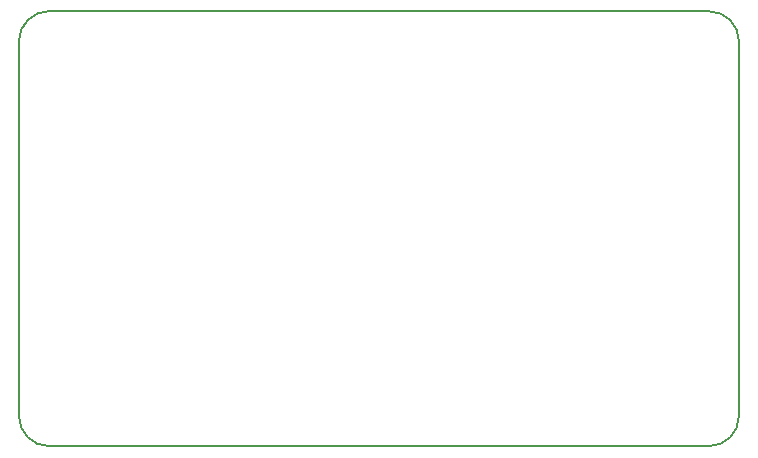
<source format=gbr>
G04 #@! TF.GenerationSoftware,KiCad,Pcbnew,(5.0.1)-4*
G04 #@! TF.CreationDate,2019-08-19T00:57:11-04:00*
G04 #@! TF.ProjectId,KeebCard,4B656562436172642E6B696361645F70,rev?*
G04 #@! TF.SameCoordinates,Original*
G04 #@! TF.FileFunction,Profile,NP*
%FSLAX46Y46*%
G04 Gerber Fmt 4.6, Leading zero omitted, Abs format (unit mm)*
G04 Created by KiCad (PCBNEW (5.0.1)-4) date 8/19/2019 12:57:11 AM*
%MOMM*%
%LPD*%
G01*
G04 APERTURE LIST*
%ADD10C,0.150000*%
G04 APERTURE END LIST*
D10*
X125476000Y-101092000D02*
X125476000Y-132842000D01*
X183896000Y-98552000D02*
X128016000Y-98552000D01*
X186436000Y-132842000D02*
X186436000Y-101092000D01*
X128016000Y-135382000D02*
X183896000Y-135382000D01*
X183896000Y-135382000D02*
G75*
G03X186436000Y-132842000I0J2540000D01*
G01*
X125476000Y-132842000D02*
G75*
G03X128016000Y-135382000I2540000J0D01*
G01*
X128016000Y-98552000D02*
G75*
G03X125476000Y-101092000I0J-2540000D01*
G01*
X186436000Y-101092000D02*
G75*
G03X183896000Y-98552000I-2540000J0D01*
G01*
M02*

</source>
